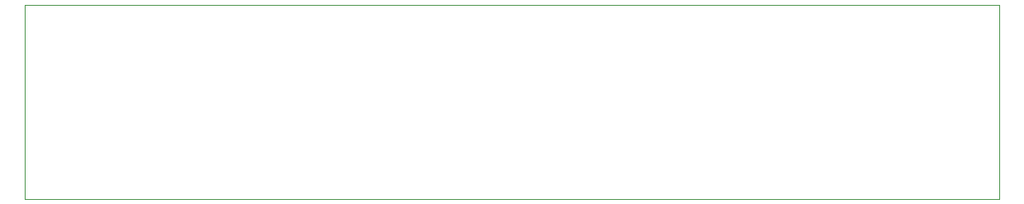
<source format=gbr>
%TF.GenerationSoftware,KiCad,Pcbnew,(5.1.10)-1*%
%TF.CreationDate,2021-08-10T11:15:44+01:00*%
%TF.ProjectId,ocu2pciex8,6f637532-7063-4696-9578-382e6b696361,rev?*%
%TF.SameCoordinates,Original*%
%TF.FileFunction,Profile,NP*%
%FSLAX46Y46*%
G04 Gerber Fmt 4.6, Leading zero omitted, Abs format (unit mm)*
G04 Created by KiCad (PCBNEW (5.1.10)-1) date 2021-08-10 11:15:44*
%MOMM*%
%LPD*%
G01*
G04 APERTURE LIST*
%TA.AperFunction,Profile*%
%ADD10C,0.050000*%
%TD*%
G04 APERTURE END LIST*
D10*
X189500000Y-54500000D02*
X89500000Y-54500000D01*
X189500000Y-74500000D02*
X189500000Y-54500000D01*
X89500000Y-74500000D02*
X189500000Y-74500000D01*
X89500000Y-54500000D02*
X89500000Y-74500000D01*
M02*

</source>
